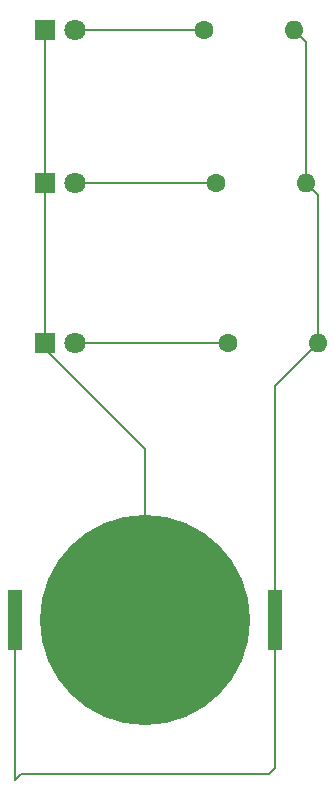
<source format=gtl>
G04 #@! TF.GenerationSoftware,KiCad,Pcbnew,9.0.1*
G04 #@! TF.CreationDate,2025-04-26T01:58:34+03:00*
G04 #@! TF.ProjectId,solder project,736f6c64-6572-4207-9072-6f6a6563742e,rev?*
G04 #@! TF.SameCoordinates,Original*
G04 #@! TF.FileFunction,Copper,L1,Top*
G04 #@! TF.FilePolarity,Positive*
%FSLAX46Y46*%
G04 Gerber Fmt 4.6, Leading zero omitted, Abs format (unit mm)*
G04 Created by KiCad (PCBNEW 9.0.1) date 2025-04-26 01:58:34*
%MOMM*%
%LPD*%
G01*
G04 APERTURE LIST*
G04 #@! TA.AperFunction,SMDPad,CuDef*
%ADD10C,17.800000*%
G04 #@! TD*
G04 #@! TA.AperFunction,SMDPad,CuDef*
%ADD11R,1.270000X5.080000*%
G04 #@! TD*
G04 #@! TA.AperFunction,ComponentPad*
%ADD12O,1.600000X1.600000*%
G04 #@! TD*
G04 #@! TA.AperFunction,ComponentPad*
%ADD13C,1.600000*%
G04 #@! TD*
G04 #@! TA.AperFunction,ComponentPad*
%ADD14R,1.800000X1.800000*%
G04 #@! TD*
G04 #@! TA.AperFunction,ComponentPad*
%ADD15C,1.800000*%
G04 #@! TD*
G04 #@! TA.AperFunction,Conductor*
%ADD16C,0.200000*%
G04 #@! TD*
G04 APERTURE END LIST*
D10*
G04 #@! TO.P,BT1,2,-*
G04 #@! TO.N,Net-(BT1--)*
X94500000Y-108500000D03*
D11*
G04 #@! TO.P,BT1,1,+*
G04 #@! TO.N,Net-(BT1-+)*
X105485000Y-108500000D03*
X83515000Y-108500000D03*
G04 #@! TD*
D12*
G04 #@! TO.P,R2,2*
G04 #@! TO.N,Net-(BT1-+)*
X107120000Y-58500000D03*
D13*
G04 #@! TO.P,R2,1*
G04 #@! TO.N,Net-(D1-A)*
X99500000Y-58500000D03*
G04 #@! TD*
G04 #@! TO.P,R3,1*
G04 #@! TO.N,Net-(D3-A)*
X101500000Y-85000000D03*
D12*
G04 #@! TO.P,R3,2*
G04 #@! TO.N,Net-(BT1-+)*
X109120000Y-85000000D03*
G04 #@! TD*
D13*
G04 #@! TO.P,R1,1*
G04 #@! TO.N,Net-(D2-A)*
X100500000Y-71500000D03*
D12*
G04 #@! TO.P,R1,2*
G04 #@! TO.N,Net-(BT1-+)*
X108120000Y-71500000D03*
G04 #@! TD*
D14*
G04 #@! TO.P,D3,1,K*
G04 #@! TO.N,Net-(BT1--)*
X86000000Y-85000000D03*
D15*
G04 #@! TO.P,D3,2,A*
G04 #@! TO.N,Net-(D3-A)*
X88540000Y-85000000D03*
G04 #@! TD*
D14*
G04 #@! TO.P,D2,1,K*
G04 #@! TO.N,Net-(BT1--)*
X86000000Y-71500000D03*
D15*
G04 #@! TO.P,D2,2,A*
G04 #@! TO.N,Net-(D2-A)*
X88540000Y-71500000D03*
G04 #@! TD*
D14*
G04 #@! TO.P,D1,1,K*
G04 #@! TO.N,Net-(BT1--)*
X86000000Y-58500000D03*
D15*
G04 #@! TO.P,D1,2,A*
G04 #@! TO.N,Net-(D1-A)*
X88540000Y-58500000D03*
G04 #@! TD*
D16*
G04 #@! TO.N,Net-(BT1-+)*
X83515000Y-121985000D02*
X83515000Y-108500000D01*
X84000000Y-121500000D02*
X83515000Y-121985000D01*
X105000000Y-121500000D02*
X84000000Y-121500000D01*
X105485000Y-108500000D02*
X105485000Y-121015000D01*
X105485000Y-121015000D02*
X105000000Y-121500000D01*
G04 #@! TO.N,Net-(BT1--)*
X94500000Y-94000000D02*
X94500000Y-108500000D01*
X86000000Y-85500000D02*
X94500000Y-94000000D01*
X86000000Y-85000000D02*
X86000000Y-85500000D01*
G04 #@! TO.N,Net-(D3-A)*
X88540000Y-85000000D02*
X101500000Y-85000000D01*
G04 #@! TO.N,Net-(BT1--)*
X86000000Y-71500000D02*
X86000000Y-85000000D01*
G04 #@! TO.N,Net-(D2-A)*
X88540000Y-71500000D02*
X100500000Y-71500000D01*
G04 #@! TO.N,Net-(BT1--)*
X86000000Y-58500000D02*
X86000000Y-71500000D01*
G04 #@! TO.N,Net-(D1-A)*
X99500000Y-58500000D02*
X88540000Y-58500000D01*
G04 #@! TO.N,Net-(BT1-+)*
X108120000Y-59500000D02*
X107120000Y-58500000D01*
X108120000Y-71500000D02*
X108120000Y-59500000D01*
X109120000Y-72500000D02*
X108120000Y-71500000D01*
X109120000Y-85000000D02*
X109120000Y-72500000D01*
X105485000Y-88635000D02*
X109120000Y-85000000D01*
X105485000Y-108500000D02*
X105485000Y-88635000D01*
G04 #@! TD*
M02*

</source>
